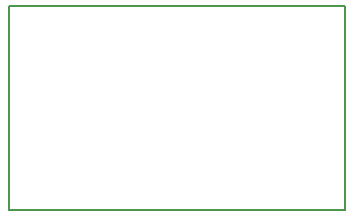
<source format=gbr>
G04 #@! TF.FileFunction,Paste,Bot*
%FSLAX46Y46*%
G04 Gerber Fmt 4.6, Leading zero omitted, Abs format (unit mm)*
G04 Created by KiCad (PCBNEW 4.0.2-stable) date 07/05/2016 12:43:24*
%MOMM*%
G01*
G04 APERTURE LIST*
%ADD10C,0.100000*%
%ADD11C,0.150000*%
G04 APERTURE END LIST*
D10*
D11*
X160782000Y-92456000D02*
X155194000Y-92456000D01*
X160782000Y-109728000D02*
X160782000Y-92456000D01*
X155194000Y-109728000D02*
X160782000Y-109728000D01*
X132334000Y-92456000D02*
X133350000Y-92456000D01*
X132334000Y-109728000D02*
X132334000Y-92456000D01*
X155194000Y-109728000D02*
X132334000Y-109728000D01*
X133350000Y-92456000D02*
X155194000Y-92456000D01*
M02*

</source>
